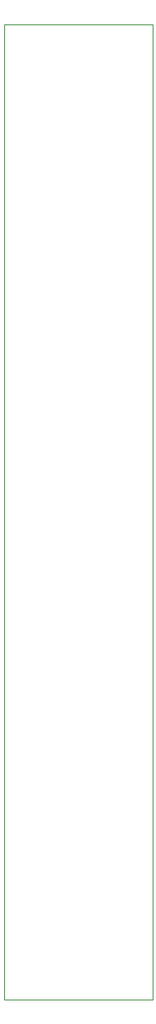
<source format=gbr>
%TF.GenerationSoftware,KiCad,Pcbnew,8.0.5*%
%TF.CreationDate,2024-11-22T22:07:00+00:00*%
%TF.ProjectId,dirty-mixer,64697274-792d-46d6-9978-65722e6b6963,rev?*%
%TF.SameCoordinates,Original*%
%TF.FileFunction,Profile,NP*%
%FSLAX46Y46*%
G04 Gerber Fmt 4.6, Leading zero omitted, Abs format (unit mm)*
G04 Created by KiCad (PCBNEW 8.0.5) date 2024-11-22 22:07:00*
%MOMM*%
%LPD*%
G01*
G04 APERTURE LIST*
%TA.AperFunction,Profile*%
%ADD10C,0.050000*%
%TD*%
G04 APERTURE END LIST*
D10*
X101600000Y-66324000D02*
X101600000Y-164324000D01*
X116600000Y-66324000D02*
X101600000Y-66324000D01*
X101600000Y-164324000D02*
X116600000Y-164324000D01*
X116600000Y-164324000D02*
X116600000Y-66324000D01*
M02*

</source>
